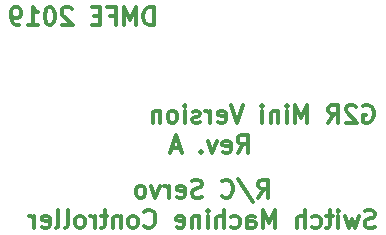
<source format=gbo>
G04 #@! TF.GenerationSoftware,KiCad,Pcbnew,(5.1.0-894-gde406e36d)*
G04 #@! TF.CreationDate,2019-08-24T10:53:01-07:00*
G04 #@! TF.ProjectId,RCSMCtrl,5243534d-4374-4726-9c2e-6b696361645f,A*
G04 #@! TF.SameCoordinates,Original*
G04 #@! TF.FileFunction,Legend,Bot*
G04 #@! TF.FilePolarity,Positive*
%FSLAX46Y46*%
G04 Gerber Fmt 4.6, Leading zero omitted, Abs format (unit mm)*
G04 Created by KiCad (PCBNEW (5.1.0-894-gde406e36d)) date 2019-08-24 10:53:01*
%MOMM*%
%LPD*%
G04 APERTURE LIST*
%ADD10C,0.300000*%
G04 APERTURE END LIST*
D10*
X119025714Y-62750000D02*
X119168571Y-62678571D01*
X119382857Y-62678571D01*
X119597142Y-62750000D01*
X119740000Y-62892857D01*
X119811428Y-63035714D01*
X119882857Y-63321428D01*
X119882857Y-63535714D01*
X119811428Y-63821428D01*
X119740000Y-63964285D01*
X119597142Y-64107142D01*
X119382857Y-64178571D01*
X119240000Y-64178571D01*
X119025714Y-64107142D01*
X118954285Y-64035714D01*
X118954285Y-63535714D01*
X119240000Y-63535714D01*
X118382857Y-62821428D02*
X118311428Y-62750000D01*
X118168571Y-62678571D01*
X117811428Y-62678571D01*
X117668571Y-62750000D01*
X117597142Y-62821428D01*
X117525714Y-62964285D01*
X117525714Y-63107142D01*
X117597142Y-63321428D01*
X118454285Y-64178571D01*
X117525714Y-64178571D01*
X116025714Y-64178571D02*
X116525714Y-63464285D01*
X116882857Y-64178571D02*
X116882857Y-62678571D01*
X116311428Y-62678571D01*
X116168571Y-62750000D01*
X116097142Y-62821428D01*
X116025714Y-62964285D01*
X116025714Y-63178571D01*
X116097142Y-63321428D01*
X116168571Y-63392857D01*
X116311428Y-63464285D01*
X116882857Y-63464285D01*
X114240000Y-64178571D02*
X114240000Y-62678571D01*
X113740000Y-63750000D01*
X113240000Y-62678571D01*
X113240000Y-64178571D01*
X112525714Y-64178571D02*
X112525714Y-63178571D01*
X112525714Y-62678571D02*
X112597142Y-62750000D01*
X112525714Y-62821428D01*
X112454285Y-62750000D01*
X112525714Y-62678571D01*
X112525714Y-62821428D01*
X111811428Y-63178571D02*
X111811428Y-64178571D01*
X111811428Y-63321428D02*
X111740000Y-63250000D01*
X111597142Y-63178571D01*
X111382857Y-63178571D01*
X111240000Y-63250000D01*
X111168571Y-63392857D01*
X111168571Y-64178571D01*
X110454285Y-64178571D02*
X110454285Y-63178571D01*
X110454285Y-62678571D02*
X110525714Y-62750000D01*
X110454285Y-62821428D01*
X110382857Y-62750000D01*
X110454285Y-62678571D01*
X110454285Y-62821428D01*
X108811428Y-62678571D02*
X108311428Y-64178571D01*
X107811428Y-62678571D01*
X106740000Y-64107142D02*
X106882857Y-64178571D01*
X107168571Y-64178571D01*
X107311428Y-64107142D01*
X107382857Y-63964285D01*
X107382857Y-63392857D01*
X107311428Y-63250000D01*
X107168571Y-63178571D01*
X106882857Y-63178571D01*
X106740000Y-63250000D01*
X106668571Y-63392857D01*
X106668571Y-63535714D01*
X107382857Y-63678571D01*
X106025714Y-64178571D02*
X106025714Y-63178571D01*
X106025714Y-63464285D02*
X105954285Y-63321428D01*
X105882857Y-63250000D01*
X105740000Y-63178571D01*
X105597142Y-63178571D01*
X105168571Y-64107142D02*
X105025714Y-64178571D01*
X104740000Y-64178571D01*
X104597142Y-64107142D01*
X104525714Y-63964285D01*
X104525714Y-63892857D01*
X104597142Y-63750000D01*
X104740000Y-63678571D01*
X104954285Y-63678571D01*
X105097142Y-63607142D01*
X105168571Y-63464285D01*
X105168571Y-63392857D01*
X105097142Y-63250000D01*
X104954285Y-63178571D01*
X104740000Y-63178571D01*
X104597142Y-63250000D01*
X103882857Y-64178571D02*
X103882857Y-63178571D01*
X103882857Y-62678571D02*
X103954285Y-62750000D01*
X103882857Y-62821428D01*
X103811428Y-62750000D01*
X103882857Y-62678571D01*
X103882857Y-62821428D01*
X102954285Y-64178571D02*
X103097142Y-64107142D01*
X103168571Y-64035714D01*
X103240000Y-63892857D01*
X103240000Y-63464285D01*
X103168571Y-63321428D01*
X103097142Y-63250000D01*
X102954285Y-63178571D01*
X102740000Y-63178571D01*
X102597142Y-63250000D01*
X102525714Y-63321428D01*
X102454285Y-63464285D01*
X102454285Y-63892857D01*
X102525714Y-64035714D01*
X102597142Y-64107142D01*
X102740000Y-64178571D01*
X102954285Y-64178571D01*
X101811428Y-63178571D02*
X101811428Y-64178571D01*
X101811428Y-63321428D02*
X101740000Y-63250000D01*
X101597142Y-63178571D01*
X101382857Y-63178571D01*
X101240000Y-63250000D01*
X101168571Y-63392857D01*
X101168571Y-64178571D01*
X108366428Y-66718571D02*
X108866428Y-66004285D01*
X109223571Y-66718571D02*
X109223571Y-65218571D01*
X108652142Y-65218571D01*
X108509285Y-65290000D01*
X108437857Y-65361428D01*
X108366428Y-65504285D01*
X108366428Y-65718571D01*
X108437857Y-65861428D01*
X108509285Y-65932857D01*
X108652142Y-66004285D01*
X109223571Y-66004285D01*
X107152142Y-66647142D02*
X107295000Y-66718571D01*
X107580714Y-66718571D01*
X107723571Y-66647142D01*
X107795000Y-66504285D01*
X107795000Y-65932857D01*
X107723571Y-65790000D01*
X107580714Y-65718571D01*
X107295000Y-65718571D01*
X107152142Y-65790000D01*
X107080714Y-65932857D01*
X107080714Y-66075714D01*
X107795000Y-66218571D01*
X106580714Y-65718571D02*
X106223571Y-66718571D01*
X105866428Y-65718571D01*
X105295000Y-66575714D02*
X105223571Y-66647142D01*
X105295000Y-66718571D01*
X105366428Y-66647142D01*
X105295000Y-66575714D01*
X105295000Y-66718571D01*
X103509285Y-66290000D02*
X102795000Y-66290000D01*
X103652142Y-66718571D02*
X103152142Y-65218571D01*
X102652142Y-66718571D01*
X101250000Y-55923571D02*
X101250000Y-54423571D01*
X100892857Y-54423571D01*
X100678571Y-54495000D01*
X100535714Y-54637857D01*
X100464285Y-54780714D01*
X100392857Y-55066428D01*
X100392857Y-55280714D01*
X100464285Y-55566428D01*
X100535714Y-55709285D01*
X100678571Y-55852142D01*
X100892857Y-55923571D01*
X101250000Y-55923571D01*
X99750000Y-55923571D02*
X99750000Y-54423571D01*
X99250000Y-55495000D01*
X98750000Y-54423571D01*
X98750000Y-55923571D01*
X97535714Y-55137857D02*
X98035714Y-55137857D01*
X98035714Y-55923571D02*
X98035714Y-54423571D01*
X97321428Y-54423571D01*
X96750000Y-55137857D02*
X96250000Y-55137857D01*
X96035714Y-55923571D02*
X96750000Y-55923571D01*
X96750000Y-54423571D01*
X96035714Y-54423571D01*
X94321428Y-54566428D02*
X94250000Y-54495000D01*
X94107142Y-54423571D01*
X93750000Y-54423571D01*
X93607142Y-54495000D01*
X93535714Y-54566428D01*
X93464285Y-54709285D01*
X93464285Y-54852142D01*
X93535714Y-55066428D01*
X94392857Y-55923571D01*
X93464285Y-55923571D01*
X92535714Y-54423571D02*
X92392857Y-54423571D01*
X92250000Y-54495000D01*
X92178571Y-54566428D01*
X92107142Y-54709285D01*
X92035714Y-54995000D01*
X92035714Y-55352142D01*
X92107142Y-55637857D01*
X92178571Y-55780714D01*
X92250000Y-55852142D01*
X92392857Y-55923571D01*
X92535714Y-55923571D01*
X92678571Y-55852142D01*
X92750000Y-55780714D01*
X92821428Y-55637857D01*
X92892857Y-55352142D01*
X92892857Y-54995000D01*
X92821428Y-54709285D01*
X92750000Y-54566428D01*
X92678571Y-54495000D01*
X92535714Y-54423571D01*
X90607142Y-55923571D02*
X91464285Y-55923571D01*
X91035714Y-55923571D02*
X91035714Y-54423571D01*
X91178571Y-54637857D01*
X91321428Y-54780714D01*
X91464285Y-54852142D01*
X89892857Y-55923571D02*
X89607142Y-55923571D01*
X89464285Y-55852142D01*
X89392857Y-55780714D01*
X89250000Y-55566428D01*
X89178571Y-55280714D01*
X89178571Y-54709285D01*
X89250000Y-54566428D01*
X89321428Y-54495000D01*
X89464285Y-54423571D01*
X89750000Y-54423571D01*
X89892857Y-54495000D01*
X89964285Y-54566428D01*
X90035714Y-54709285D01*
X90035714Y-55066428D01*
X89964285Y-55209285D01*
X89892857Y-55280714D01*
X89750000Y-55352142D01*
X89464285Y-55352142D01*
X89321428Y-55280714D01*
X89250000Y-55209285D01*
X89178571Y-55066428D01*
X110124285Y-70523571D02*
X110624285Y-69809285D01*
X110981428Y-70523571D02*
X110981428Y-69023571D01*
X110410000Y-69023571D01*
X110267142Y-69095000D01*
X110195714Y-69166428D01*
X110124285Y-69309285D01*
X110124285Y-69523571D01*
X110195714Y-69666428D01*
X110267142Y-69737857D01*
X110410000Y-69809285D01*
X110981428Y-69809285D01*
X108410000Y-68952142D02*
X109695714Y-70880714D01*
X107052857Y-70380714D02*
X107124285Y-70452142D01*
X107338571Y-70523571D01*
X107481428Y-70523571D01*
X107695714Y-70452142D01*
X107838571Y-70309285D01*
X107910000Y-70166428D01*
X107981428Y-69880714D01*
X107981428Y-69666428D01*
X107910000Y-69380714D01*
X107838571Y-69237857D01*
X107695714Y-69095000D01*
X107481428Y-69023571D01*
X107338571Y-69023571D01*
X107124285Y-69095000D01*
X107052857Y-69166428D01*
X105338571Y-70452142D02*
X105124285Y-70523571D01*
X104767142Y-70523571D01*
X104624285Y-70452142D01*
X104552857Y-70380714D01*
X104481428Y-70237857D01*
X104481428Y-70095000D01*
X104552857Y-69952142D01*
X104624285Y-69880714D01*
X104767142Y-69809285D01*
X105052857Y-69737857D01*
X105195714Y-69666428D01*
X105267142Y-69595000D01*
X105338571Y-69452142D01*
X105338571Y-69309285D01*
X105267142Y-69166428D01*
X105195714Y-69095000D01*
X105052857Y-69023571D01*
X104695714Y-69023571D01*
X104481428Y-69095000D01*
X103267142Y-70452142D02*
X103410000Y-70523571D01*
X103695714Y-70523571D01*
X103838571Y-70452142D01*
X103910000Y-70309285D01*
X103910000Y-69737857D01*
X103838571Y-69595000D01*
X103695714Y-69523571D01*
X103410000Y-69523571D01*
X103267142Y-69595000D01*
X103195714Y-69737857D01*
X103195714Y-69880714D01*
X103910000Y-70023571D01*
X102552857Y-70523571D02*
X102552857Y-69523571D01*
X102552857Y-69809285D02*
X102481428Y-69666428D01*
X102410000Y-69595000D01*
X102267142Y-69523571D01*
X102124285Y-69523571D01*
X101767142Y-69523571D02*
X101410000Y-70523571D01*
X101052857Y-69523571D01*
X100267142Y-70523571D02*
X100410000Y-70452142D01*
X100481428Y-70380714D01*
X100552857Y-70237857D01*
X100552857Y-69809285D01*
X100481428Y-69666428D01*
X100410000Y-69595000D01*
X100267142Y-69523571D01*
X100052857Y-69523571D01*
X99910000Y-69595000D01*
X99838571Y-69666428D01*
X99767142Y-69809285D01*
X99767142Y-70237857D01*
X99838571Y-70380714D01*
X99910000Y-70452142D01*
X100052857Y-70523571D01*
X100267142Y-70523571D01*
X119981428Y-73002142D02*
X119767142Y-73073571D01*
X119410000Y-73073571D01*
X119267142Y-73002142D01*
X119195714Y-72930714D01*
X119124285Y-72787857D01*
X119124285Y-72645000D01*
X119195714Y-72502142D01*
X119267142Y-72430714D01*
X119410000Y-72359285D01*
X119695714Y-72287857D01*
X119838571Y-72216428D01*
X119910000Y-72145000D01*
X119981428Y-72002142D01*
X119981428Y-71859285D01*
X119910000Y-71716428D01*
X119838571Y-71645000D01*
X119695714Y-71573571D01*
X119338571Y-71573571D01*
X119124285Y-71645000D01*
X118624285Y-72073571D02*
X118338571Y-73073571D01*
X118052857Y-72359285D01*
X117767142Y-73073571D01*
X117481428Y-72073571D01*
X116910000Y-73073571D02*
X116910000Y-72073571D01*
X116910000Y-71573571D02*
X116981428Y-71645000D01*
X116910000Y-71716428D01*
X116838571Y-71645000D01*
X116910000Y-71573571D01*
X116910000Y-71716428D01*
X116410000Y-72073571D02*
X115838571Y-72073571D01*
X116195714Y-71573571D02*
X116195714Y-72859285D01*
X116124285Y-73002142D01*
X115981428Y-73073571D01*
X115838571Y-73073571D01*
X114695714Y-73002142D02*
X114838571Y-73073571D01*
X115124285Y-73073571D01*
X115267142Y-73002142D01*
X115338571Y-72930714D01*
X115410000Y-72787857D01*
X115410000Y-72359285D01*
X115338571Y-72216428D01*
X115267142Y-72145000D01*
X115124285Y-72073571D01*
X114838571Y-72073571D01*
X114695714Y-72145000D01*
X114052857Y-73073571D02*
X114052857Y-71573571D01*
X113410000Y-73073571D02*
X113410000Y-72287857D01*
X113481428Y-72145000D01*
X113624285Y-72073571D01*
X113838571Y-72073571D01*
X113981428Y-72145000D01*
X114052857Y-72216428D01*
X111552857Y-73073571D02*
X111552857Y-71573571D01*
X111052857Y-72645000D01*
X110552857Y-71573571D01*
X110552857Y-73073571D01*
X109195714Y-73073571D02*
X109195714Y-72287857D01*
X109267142Y-72145000D01*
X109410000Y-72073571D01*
X109695714Y-72073571D01*
X109838571Y-72145000D01*
X109195714Y-73002142D02*
X109338571Y-73073571D01*
X109695714Y-73073571D01*
X109838571Y-73002142D01*
X109910000Y-72859285D01*
X109910000Y-72716428D01*
X109838571Y-72573571D01*
X109695714Y-72502142D01*
X109338571Y-72502142D01*
X109195714Y-72430714D01*
X107838571Y-73002142D02*
X107981428Y-73073571D01*
X108267142Y-73073571D01*
X108410000Y-73002142D01*
X108481428Y-72930714D01*
X108552857Y-72787857D01*
X108552857Y-72359285D01*
X108481428Y-72216428D01*
X108410000Y-72145000D01*
X108267142Y-72073571D01*
X107981428Y-72073571D01*
X107838571Y-72145000D01*
X107195714Y-73073571D02*
X107195714Y-71573571D01*
X106552857Y-73073571D02*
X106552857Y-72287857D01*
X106624285Y-72145000D01*
X106767142Y-72073571D01*
X106981428Y-72073571D01*
X107124285Y-72145000D01*
X107195714Y-72216428D01*
X105838571Y-73073571D02*
X105838571Y-72073571D01*
X105838571Y-71573571D02*
X105910000Y-71645000D01*
X105838571Y-71716428D01*
X105767142Y-71645000D01*
X105838571Y-71573571D01*
X105838571Y-71716428D01*
X105124285Y-72073571D02*
X105124285Y-73073571D01*
X105124285Y-72216428D02*
X105052857Y-72145000D01*
X104910000Y-72073571D01*
X104695714Y-72073571D01*
X104552857Y-72145000D01*
X104481428Y-72287857D01*
X104481428Y-73073571D01*
X103195714Y-73002142D02*
X103338571Y-73073571D01*
X103624285Y-73073571D01*
X103767142Y-73002142D01*
X103838571Y-72859285D01*
X103838571Y-72287857D01*
X103767142Y-72145000D01*
X103624285Y-72073571D01*
X103338571Y-72073571D01*
X103195714Y-72145000D01*
X103124285Y-72287857D01*
X103124285Y-72430714D01*
X103838571Y-72573571D01*
X100481428Y-72930714D02*
X100552857Y-73002142D01*
X100767142Y-73073571D01*
X100910000Y-73073571D01*
X101124285Y-73002142D01*
X101267142Y-72859285D01*
X101338571Y-72716428D01*
X101410000Y-72430714D01*
X101410000Y-72216428D01*
X101338571Y-71930714D01*
X101267142Y-71787857D01*
X101124285Y-71645000D01*
X100910000Y-71573571D01*
X100767142Y-71573571D01*
X100552857Y-71645000D01*
X100481428Y-71716428D01*
X99624285Y-73073571D02*
X99767142Y-73002142D01*
X99838571Y-72930714D01*
X99910000Y-72787857D01*
X99910000Y-72359285D01*
X99838571Y-72216428D01*
X99767142Y-72145000D01*
X99624285Y-72073571D01*
X99410000Y-72073571D01*
X99267142Y-72145000D01*
X99195714Y-72216428D01*
X99124285Y-72359285D01*
X99124285Y-72787857D01*
X99195714Y-72930714D01*
X99267142Y-73002142D01*
X99410000Y-73073571D01*
X99624285Y-73073571D01*
X98481428Y-72073571D02*
X98481428Y-73073571D01*
X98481428Y-72216428D02*
X98410000Y-72145000D01*
X98267142Y-72073571D01*
X98052857Y-72073571D01*
X97910000Y-72145000D01*
X97838571Y-72287857D01*
X97838571Y-73073571D01*
X97338571Y-72073571D02*
X96767142Y-72073571D01*
X97124285Y-71573571D02*
X97124285Y-72859285D01*
X97052857Y-73002142D01*
X96910000Y-73073571D01*
X96767142Y-73073571D01*
X96267142Y-73073571D02*
X96267142Y-72073571D01*
X96267142Y-72359285D02*
X96195714Y-72216428D01*
X96124285Y-72145000D01*
X95981428Y-72073571D01*
X95838571Y-72073571D01*
X95124285Y-73073571D02*
X95267142Y-73002142D01*
X95338571Y-72930714D01*
X95410000Y-72787857D01*
X95410000Y-72359285D01*
X95338571Y-72216428D01*
X95267142Y-72145000D01*
X95124285Y-72073571D01*
X94910000Y-72073571D01*
X94767142Y-72145000D01*
X94695714Y-72216428D01*
X94624285Y-72359285D01*
X94624285Y-72787857D01*
X94695714Y-72930714D01*
X94767142Y-73002142D01*
X94910000Y-73073571D01*
X95124285Y-73073571D01*
X93767142Y-73073571D02*
X93910000Y-73002142D01*
X93981428Y-72859285D01*
X93981428Y-71573571D01*
X92981428Y-73073571D02*
X93124285Y-73002142D01*
X93195714Y-72859285D01*
X93195714Y-71573571D01*
X91838571Y-73002142D02*
X91981428Y-73073571D01*
X92267142Y-73073571D01*
X92410000Y-73002142D01*
X92481428Y-72859285D01*
X92481428Y-72287857D01*
X92410000Y-72145000D01*
X92267142Y-72073571D01*
X91981428Y-72073571D01*
X91838571Y-72145000D01*
X91767142Y-72287857D01*
X91767142Y-72430714D01*
X92481428Y-72573571D01*
X91124285Y-73073571D02*
X91124285Y-72073571D01*
X91124285Y-72359285D02*
X91052857Y-72216428D01*
X90981428Y-72145000D01*
X90838571Y-72073571D01*
X90695714Y-72073571D01*
M02*

</source>
